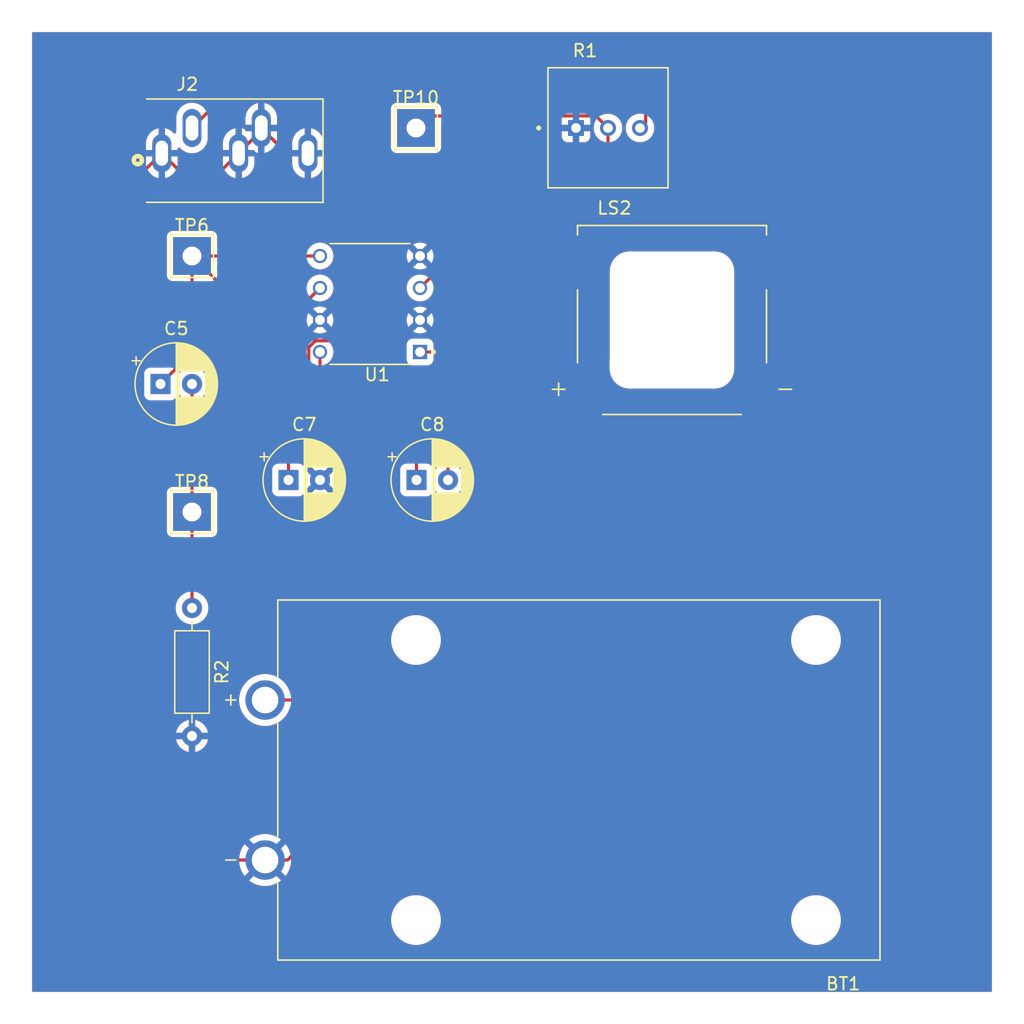
<source format=kicad_pcb>
(kicad_pcb (version 20221018) (generator pcbnew)
  (layers (0 "F.Cu" signal) (31 "B.Cu" signal) (34 "B.Paste" user) (35 "F.Paste" user) (37 "F.SilkS" user "F.Silkscreen") (38 "B.Mask" user) (39 "F.Mask" user) (44 "Edge.Cuts" user))
  (net 0 "")
  (net 1 "GND")
  (net 2 "Net-(U1-V+)")
  (net 3 "Net-(C5-Pad1)")
  (net 4 "Net-(C5-Pad2)")
  (net 5 "Net-(C8-Pad1)")
  (net 6 "Net-(C8-Pad2)")
  (net 7 "Net-(J2-Pad2)")
  (net 8 "Net-(U1-+)")
  (footprint "elec240_ornament_footprint:CP_Radial_D6.3mm_P2.50mm" (layer "F.Cu") (at 127.04 58.42)
    (fp_text reference "C5" (at 1.25 -4.4) (layer "F.SilkS"))
    (fp_text value "0.1uF")
    (pad "1" thru_hole rect (at 0 0) (size 1.6 1.6) (drill 0.8) (layers "*.Cu" "*.Mask") (net 3 "Net-(C5-Pad1)"))
    (pad "2" thru_hole circle (at 2.5 0) (size 1.6 1.6) (drill 0.8) (layers "*.Cu" "*.Mask") (net 4 "Net-(C5-Pad2)"))
  )
  (footprint "elec240_ornament_footprint:TestPoint_THTPad_3.0x3.0mm_Drill1.5mm" (layer "F.Cu") (at 147.32 38.1)
    (fp_text reference "TP10" (at 0 -2.398) (layer "F.SilkS"))
    (fp_text value "TestPoint_Probe")
    (pad "1" thru_hole rect (at 0 0) (size 3 3) (drill 1.5) (layers "*.Cu" "*.Mask") (net 8 "Net-(U1-+)"))
  )
  (footprint "elec240_ornament_footprint:DIP794W45P254L959H508Q8" (layer "F.Cu") (at 143.67 52.07 180)
    (fp_text reference "U1" (at -0.565 -5.607) (layer "F.SilkS"))
    (fp_text value "LM386")
    (pad "1" thru_hole rect (at -3.97 -3.81 180) (size 1.13 1.13) (drill 0.78) (layers "*.Cu" "*.Mask") (net 6 "Net-(C8-Pad2)"))
    (pad "2" thru_hole circle (at -3.97 -1.27 180) (size 1.13 1.13) (drill 0.78) (layers "*.Cu" "*.Mask") (net 1 "GND"))
    (pad "3" thru_hole circle (at -3.97 1.27 180) (size 1.13 1.13) (drill 0.78) (layers "*.Cu" "*.Mask") (net 8 "Net-(U1-+)"))
    (pad "4" thru_hole circle (at -3.97 3.81 180) (size 1.13 1.13) (drill 0.78) (layers "*.Cu" "*.Mask") (net 1 "GND"))
    (pad "5" thru_hole circle (at 3.97 3.81 180) (size 1.13 1.13) (drill 0.78) (layers "*.Cu" "*.Mask") (net 3 "Net-(C5-Pad1)"))
    (pad "6" thru_hole circle (at 3.97 1.27 180) (size 1.13 1.13) (drill 0.78) (layers "*.Cu" "*.Mask") (net 2 "Net-(U1-V+)"))
    (pad "7" thru_hole circle (at 3.97 -1.27 180) (size 1.13 1.13) (drill 0.78) (layers "*.Cu" "*.Mask") (net 1 "GND"))
    (pad "8" thru_hole circle (at 3.97 -3.81 180) (size 1.13 1.13) (drill 0.78) (layers "*.Cu" "*.Mask") (net 5 "Net-(C8-Pad1)"))
  )
  (footprint "elec240_ornament_footprint:TestPoint_THTPad_3.0x3.0mm_Drill1.5mm" (layer "F.Cu") (at 129.54 48.26)
    (fp_text reference "TP6" (at 0 -2.398) (layer "F.SilkS"))
    (fp_text value "TestPoint_Probe")
    (pad "1" thru_hole rect (at 0 0) (size 3 3) (drill 1.5) (layers "*.Cu" "*.Mask") (net 3 "Net-(C5-Pad1)"))
  )
  (footprint "elec240_ornament_footprint:R_Axial_DIN0207_L6.3mm_D2.5mm_P10.16mm_Horizontal" (layer "F.Cu") (at 129.54 76.2 -90)
    (fp_text reference "R2" (at 5.08 -2.37 90) (layer "F.SilkS"))
    (fp_text value "10R")
    (pad "1" thru_hole circle (at 0 0 270) (size 1.6 1.6) (drill 0.8) (layers "*.Cu" "*.Mask") (net 4 "Net-(C5-Pad2)"))
    (pad "2" thru_hole oval (at 10.16 0 270) (size 1.6 1.6) (drill 0.8) (layers "*.Cu" "*.Mask") (net 1 "GND"))
  )
  (footprint "elec240_ornament_footprint:CUI_SJ1-3535NG-PI" (layer "F.Cu") (at 127.14 40.1)
    (fp_text reference "J2" (at 2.035435 -5.470255) (layer "F.SilkS") (effects (font (size 1.001693 1.001693))))
    (fp_text value "SJ1-3535NG-PI")
    (pad "1" thru_hole oval (at 0 0) (size 1.508 3.016) (drill oval 1 2) (layers "*.Cu" "*.Mask") (net 1 "GND"))
    (pad "2" thru_hole oval (at 2.4 -2) (size 1.508 3.016) (drill oval 1 2) (layers "*.Cu" "*.Mask") (net 7 "Net-(J2-Pad2)"))
    (pad "3" thru_hole oval (at 7.9 -2) (size 1.508 3.016) (drill oval 1 2) (layers "*.Cu" "*.Mask") (net 1 "GND"))
    (pad "4" thru_hole oval (at 11.6 0) (size 1.508 3.016) (drill oval 1 2) (layers "*.Cu" "*.Mask") (net 1 "GND"))
    (pad "5" thru_hole oval (at 6.1 0) (size 1.508 3.016) (drill oval 1 2) (layers "*.Cu" "*.Mask") (net 1 "GND"))
  )
  (footprint "elec240_ornament_footprint:CP_Radial_D6.3mm_P2.50mm" (layer "F.Cu") (at 147.36 66.04)
    (fp_text reference "C8" (at 1.25 -4.4) (layer "F.SilkS"))
    (fp_text value "10uF")
    (pad "1" thru_hole rect (at 0 0) (size 1.6 1.6) (drill 0.8) (layers "*.Cu" "*.Mask") (net 5 "Net-(C8-Pad1)"))
    (pad "2" thru_hole circle (at 2.5 0) (size 1.6 1.6) (drill 0.8) (layers "*.Cu" "*.Mask") (net 6 "Net-(C8-Pad2)"))
  )
  (footprint "elec240_ornament_footprint:SPKR_SMS-1508MS-HT-R" (layer "F.Cu") (at 167.64 53.34)
    (fp_text reference "LS2" (at -4.575 -8.885) (layer "F.SilkS"))
    (fp_text value "SMS-1508MS-HT-R")
    (pad "1" smd rect (at -6.85 5.5) (size 1.9 3.5) (layers "F.Cu" "F.Paste" "F.Mask") (net 3 "Net-(C5-Pad1)"))
    (pad "2" smd rect (at 6.85 5.5) (size 1.9 3.5) (layers "F.Cu" "F.Paste" "F.Mask") (net 1 "GND"))
    (pad "3" smd rect (at 6.85 -4.5) (size 1.9 3.5) (layers "F.Cu" "F.Paste" "F.Mask"))
    (pad "4" smd rect (at -6.85 -4.5) (size 1.9 3.5) (layers "F.Cu" "F.Paste" "F.Mask"))
    (zone (net 0) (net_name "") (layer "F.Cu") (connect_pads (clearance 0)) (min_thickness 0.01)
      (keepout (tracks not_allowed) (vias not_allowed) (pads not_allowed) (copperpour not_allowed) (footprints allowed))
      (fill (thermal_gap 0.508) (thermal_bridge_width 0.508))
      (polygon (pts (xy 164.29 47.89) (xy 170.99 47.89) (xy 171.074 47.892) (xy 171.157 47.899) (xy 171.24 47.91) (xy 171.323 47.925) (xy 171.404 47.945) (xy 171.484 47.968) (xy 171.563 47.996) (xy 171.641 48.028) (xy 171.716 48.064) (xy 171.79 48.104) (xy 171.861 48.148) (xy 171.93 48.196) (xy 171.997 48.247) (xy 172.061 48.301) (xy 172.121 48.359) (xy 172.179 48.419) (xy 172.233 48.483) (xy 172.284 48.55) (xy 172.332 48.619) (xy 172.376 48.69) (xy 172.416 48.764) (xy 172.452 48.839) (xy 172.484 48.917) (xy 172.512 48.996) (xy 172.535 49.076) (xy 172.555 49.157) (xy 172.57 49.24) (xy 172.581 49.323) (xy 172.588 49.406) (xy 172.59 49.49) (xy 172.59 57.19) (xy 172.588 57.274) (xy 172.581 57.357) (xy 172.57 57.44) (xy 172.555 57.523) (xy 172.535 57.604) (xy 172.512 57.684) (xy 172.484 57.763) (xy 172.452 57.841) (xy 172.416 57.916) (xy 172.376 57.99) (xy 172.332 58.061) (xy 172.284 58.13) (xy 172.233 58.197) (xy 172.179 58.261) (xy 172.121 58.321) (xy 172.061 58.379) (xy 171.997 58.433) (xy 171.93 58.484) (xy 171.861 58.532) (xy 171.79 58.576) (xy 171.716 58.616) (xy 171.641 58.652) (xy 171.563 58.684) (xy 171.484 58.712) (xy 171.404 58.735) (xy 171.323 58.755) (xy 171.24 58.77) (xy 171.157 58.781) (xy 171.074 58.788) (xy 170.99 58.79) (xy 164.29 58.79) (xy 164.206 58.788) (xy 164.123 58.781) (xy 164.04 58.77) (xy 163.957 58.755) (xy 163.876 58.735) (xy 163.796 58.712) (xy 163.717 58.684) (xy 163.639 58.652) (xy 163.564 58.616) (xy 163.49 58.576) (xy 163.419 58.532) (xy 163.35 58.484) (xy 163.283 58.433) (xy 163.219 58.379) (xy 163.159 58.321) (xy 163.101 58.261) (xy 163.047 58.197) (xy 162.996 58.13) (xy 162.948 58.061) (xy 162.904 57.99) (xy 162.864 57.916) (xy 162.828 57.841) (xy 162.796 57.763) (xy 162.768 57.684) (xy 162.745 57.604) (xy 162.725 57.523) (xy 162.71 57.44) (xy 162.699 57.357) (xy 162.692 57.274) (xy 162.69 57.19) (xy 162.69 49.49) (xy 162.692 49.406) (xy 162.699 49.323) (xy 162.71 49.24) (xy 162.725 49.157) (xy 162.745 49.076) (xy 162.768 48.996) (xy 162.796 48.917) (xy 162.828 48.839) (xy 162.864 48.764) (xy 162.904 48.69) (xy 162.948 48.619) (xy 162.996 48.55) (xy 163.047 48.483) (xy 163.101 48.419) (xy 163.159 48.359) (xy 163.219 48.301) (xy 163.283 48.247) (xy 163.35 48.196) (xy 163.419 48.148) (xy 163.49 48.104) (xy 163.564 48.064) (xy 163.639 48.028) (xy 163.717 47.996) (xy 163.796 47.968) (xy 163.876 47.945) (xy 163.957 47.925) (xy 164.04 47.91) (xy 164.123 47.899) (xy 164.206 47.892)))
    )
    (zone (net 0) (net_name "") (layer "B.Cu") (connect_pads (clearance 0)) (min_thickness 0.01)
      (keepout (tracks not_allowed) (vias not_allowed) (pads not_allowed) (copperpour not_allowed) (footprints allowed))
      (fill (thermal_gap 0.508) (thermal_bridge_width 0.508))
      (polygon (pts (xy 164.29 47.89) (xy 170.99 47.89) (xy 171.074 47.892) (xy 171.157 47.899) (xy 171.24 47.91) (xy 171.323 47.925) (xy 171.404 47.945) (xy 171.484 47.968) (xy 171.563 47.996) (xy 171.641 48.028) (xy 171.716 48.064) (xy 171.79 48.104) (xy 171.861 48.148) (xy 171.93 48.196) (xy 171.997 48.247) (xy 172.061 48.301) (xy 172.121 48.359) (xy 172.179 48.419) (xy 172.233 48.483) (xy 172.284 48.55) (xy 172.332 48.619) (xy 172.376 48.69) (xy 172.416 48.764) (xy 172.452 48.839) (xy 172.484 48.917) (xy 172.512 48.996) (xy 172.535 49.076) (xy 172.555 49.157) (xy 172.57 49.24) (xy 172.581 49.323) (xy 172.588 49.406) (xy 172.59 49.49) (xy 172.59 57.19) (xy 172.588 57.274) (xy 172.581 57.357) (xy 172.57 57.44) (xy 172.555 57.523) (xy 172.535 57.604) (xy 172.512 57.684) (xy 172.484 57.763) (xy 172.452 57.841) (xy 172.416 57.916) (xy 172.376 57.99) (xy 172.332 58.061) (xy 172.284 58.13) (xy 172.233 58.197) (xy 172.179 58.261) (xy 172.121 58.321) (xy 172.061 58.379) (xy 171.997 58.433) (xy 171.93 58.484) (xy 171.861 58.532) (xy 171.79 58.576) (xy 171.716 58.616) (xy 171.641 58.652) (xy 171.563 58.684) (xy 171.484 58.712) (xy 171.404 58.735) (xy 171.323 58.755) (xy 171.24 58.77) (xy 171.157 58.781) (xy 171.074 58.788) (xy 170.99 58.79) (xy 164.29 58.79) (xy 164.206 58.788) (xy 164.123 58.781) (xy 164.04 58.77) (xy 163.957 58.755) (xy 163.876 58.735) (xy 163.796 58.712) (xy 163.717 58.684) (xy 163.639 58.652) (xy 163.564 58.616) (xy 163.49 58.576) (xy 163.419 58.532) (xy 163.35 58.484) (xy 163.283 58.433) (xy 163.219 58.379) (xy 163.159 58.321) (xy 163.101 58.261) (xy 163.047 58.197) (xy 162.996 58.13) (xy 162.948 58.061) (xy 162.904 57.99) (xy 162.864 57.916) (xy 162.828 57.841) (xy 162.796 57.763) (xy 162.768 57.684) (xy 162.745 57.604) (xy 162.725 57.523) (xy 162.71 57.44) (xy 162.699 57.357) (xy 162.692 57.274) (xy 162.69 57.19) (xy 162.69 49.49) (xy 162.692 49.406) (xy 162.699 49.323) (xy 162.71 49.24) (xy 162.725 49.157) (xy 162.745 49.076) (xy 162.768 48.996) (xy 162.796 48.917) (xy 162.828 48.839) (xy 162.864 48.764) (xy 162.904 48.69) (xy 162.948 48.619) (xy 162.996 48.55) (xy 163.047 48.483) (xy 163.101 48.419) (xy 163.159 48.359) (xy 163.219 48.301) (xy 163.283 48.247) (xy 163.35 48.196) (xy 163.419 48.148) (xy 163.49 48.104) (xy 163.564 48.064) (xy 163.639 48.028) (xy 163.717 47.996) (xy 163.796 47.968) (xy 163.876 47.945) (xy 163.957 47.925) (xy 164.04 47.91) (xy 164.123 47.899) (xy 164.206 47.892)))
    )
  )
  (footprint "elec240_ornament_footprint:TestPoint_THTPad_3.0x3.0mm_Drill1.5mm" (layer "F.Cu") (at 129.54 68.58)
    (fp_text reference "TP8" (at 0 -2.398) (layer "F.SilkS"))
    (fp_text value "TestPoint_Probe")
    (pad "1" thru_hole rect (at 0 0) (size 3 3) (drill 1.5) (layers "*.Cu" "*.Mask") (net 4 "Net-(C5-Pad2)"))
  )
  (footprint "elec240_ornament_footprint:TRIM_COM-09806" (layer "F.Cu") (at 162.56 38.1)
    (fp_text reference "R1" (at -1.825 -6.135) (layer "F.SilkS"))
    (fp_text value "COM-09806")
    (pad "1" thru_hole rect (at -2.54 0) (size 1.268 1.268) (drill 0.76) (layers "*.Cu" "*.Mask") (net 1 "GND"))
    (pad "2" thru_hole circle (at 0 0) (size 1.268 1.268) (drill 0.76) (layers "*.Cu" "*.Mask") (net 8 "Net-(U1-+)"))
    (pad "3" thru_hole circle (at 2.54 0) (size 1.268 1.268) (drill 0.76) (layers "*.Cu" "*.Mask") (net 7 "Net-(J2-Pad2)"))
  )
  (footprint "elec240_ornament_footprint:BAT_1291-66" (layer "F.Cu") (at 160.25 89.855 180)
    (fp_text reference "BT1" (at -20.975 -16.175) (layer "F.SilkS"))
    (fp_text value "1291-66")
    (pad "" np_thru_hole circle (at -18.82 -11.115 180) (size 3.45 3.45) (drill 3.45) (layers "*.Cu" "*.Mask"))
    (pad "" np_thru_hole circle (at -18.82 11.115 180) (size 3.45 3.45) (drill 3.45) (layers "*.Cu" "*.Mask"))
    (pad "" np_thru_hole circle (at 12.93 -11.115 180) (size 3.45 3.45) (drill 3.45) (layers "*.Cu" "*.Mask"))
    (pad "" np_thru_hole circle (at 12.93 11.115 180) (size 3.45 3.45) (drill 3.45) (layers "*.Cu" "*.Mask"))
    (pad "N" thru_hole circle (at 24.91 -6.35 180) (size 3.126 3.126) (drill 2.11) (layers "*.Cu" "*.Mask") (net 1 "GND"))
    (pad "P" thru_hole circle (at 24.91 6.35 180) (size 3.126 3.126) (drill 2.11) (layers "*.Cu" "*.Mask") (net 2 "Net-(U1-V+)"))
  )
  (footprint "elec240_ornament_footprint:CP_Radial_D6.3mm_P2.50mm" (layer "F.Cu") (at 137.2 66.04)
    (fp_text reference "C7" (at 1.25 -4.4) (layer "F.SilkS"))
    (fp_text value "220uF")
    (pad "1" thru_hole rect (at 0 0) (size 1.6 1.6) (drill 0.8) (layers "*.Cu" "*.Mask") (net 2 "Net-(U1-V+)"))
    (pad "2" thru_hole circle (at 2.5 0) (size 1.6 1.6) (drill 0.8) (layers "*.Cu" "*.Mask") (net 1 "GND"))
  )
  (gr_line (start 193.04 106.68) (end 116.84 106.68) (stroke (width 0.0254)) (layer "Edge.Cuts"))
  (gr_line (start 116.84 106.68) (end 116.84 30.48) (stroke (width 0.0254)) (layer "Edge.Cuts"))
  (gr_line (start 116.84 30.48) (end 193.04 30.48) (stroke (width 0.0254)) (layer "Edge.Cuts"))
  (gr_line (start 193.04 30.48) (end 193.04 106.68) (stroke (width 0.0254)) (layer "Edge.Cuts"))
  (segment (start 139.7 66.04) (end 138.81 65.15) (width 0.25) (layer "F.Cu") (net 1))
  (segment (start 129.54 42.5) (end 129.54 43.18) (width 0.25) (layer "F.Cu") (net 1))
  (segment (start 135.04 38.1) (end 137.04 40.1) (width 0.25) (layer "F.Cu") (net 1))
  (segment (start 129.54 43.18) (end 130.16 43.18) (width 0.25) (layer "F.Cu") (net 1))
  (segment (start 135.04 38.3) (end 135.04 38.1) (width 0.25) (layer "F.Cu") (net 1))
  (segment (start 129.855 96.205) (end 135.34 96.205) (width 0.25) (layer "F.Cu") (net 1))
  (segment (start 138.81 65.15) (end 138.81 55.51135) (width 0.25) (layer "F.Cu") (net 1))
  (segment (start 156.843604 38.1) (end 154.303604 40.64) (width 0.25) (layer "F.Cu") (net 1))
  (segment (start 149.86 40.64) (end 147.32 43.18) (width 0.25) (layer "F.Cu") (net 1))
  (segment (start 160.02 38.1) (end 156.843604 38.1) (width 0.25) (layer "F.Cu") (net 1))
  (segment (start 129.54 96.52) (end 129.855 96.205) (width 0.25) (layer "F.Cu") (net 1))
  (segment (start 144.78 50.8) (end 144.78 45.72) (width 0.25) (layer "F.Cu") (net 1))
  (segment (start 145.1 45.72) (end 144.78 45.72) (width 0.25) (layer "F.Cu") (net 1))
  (segment (start 154.303604 40.64) (end 149.86 40.64) (width 0.25) (layer "F.Cu") (net 1))
  (segment (start 145.1 50.8) (end 144.78 50.8) (width 0.25) (layer "F.Cu") (net 1))
  (segment (start 138.81 55.51135) (end 139.33135 54.99) (width 0.25) (layer "F.Cu") (net 1))
  (segment (start 124.775 96.205) (end 135.34 96.205) (width 0.25) (layer "F.Cu") (net 1))
  (segment (start 124.46 45.72) (end 124.46 96.52) (width 0.25) (layer "F.Cu") (net 1))
  (segment (start 144.78 45.72) (end 124.46 45.72) (width 0.25) (layer "F.Cu") (net 1))
  (segment (start 129.54 86.36) (end 129.54 96.52) (width 0.25) (layer "F.Cu") (net 1))
  (segment (start 137.04 40.1) (end 138.74 40.1) (width 0.25) (layer "F.Cu") (net 1))
  (segment (start 139.7 53.34) (end 142.24 50.8) (width 0.25) (layer "F.Cu") (net 1))
  (segment (start 147.64 53.34) (end 145.1 50.8) (width 0.25) (layer "F.Cu") (net 1))
  (segment (start 147.32 43.18) (end 144.78 45.72) (width 0.25) (layer "F.Cu") (net 1))
  (segment (start 145.99 54.99) (end 147.64 53.34) (width 0.25) (layer "F.Cu") (net 1))
  (segment (start 174.49 58.84) (end 137.125 96.205) (width 0.25) (layer "F.Cu") (net 1))
  (segment (start 133.24 40.1) (end 135.04 38.3) (width 0.25) (layer "F.Cu") (net 1))
  (segment (start 147.64 48.26) (end 145.1 45.72) (width 0.25) (layer "F.Cu") (net 1))
  (segment (start 124.46 96.52) (end 124.775 96.205) (width 0.25) (layer "F.Cu") (net 1))
  (segment (start 127.14 40.1) (end 129.54 42.5) (width 0.25) (layer "F.Cu") (net 1))
  (segment (start 137.125 96.205) (end 135.34 96.205) (width 0.25) (layer "F.Cu") (net 1))
  (segment (start 142.24 50.8) (end 142.24 45.72) (width 0.25) (layer "F.Cu") (net 1))
  (segment (start 130.16 43.18) (end 133.24 40.1) (width 0.25) (layer "F.Cu") (net 1))
  (segment (start 124.46 42.78) (end 124.46 45.72) (width 0.25) (layer "F.Cu") (net 1))
  (segment (start 139.33135 54.99) (end 145.99 54.99) (width 0.25) (layer "F.Cu") (net 1))
  (segment (start 127.14 40.1) (end 124.46 42.78) (width 0.25) (layer "F.Cu") (net 1))
  (segment (start 139.7 50.8) (end 137.2 53.3) (width 0.25) (layer "F.Cu") (net 2))
  (segment (start 157.48 68.58) (end 157.48 53.34) (width 0.25) (layer "F.Cu") (net 2))
  (segment (start 134.62 71.12) (end 134.62 55.88) (width 0.25) (layer "F.Cu") (net 2))
  (segment (start 157.48 68.58) (end 154.94 71.12) (width 0.25) (layer "F.Cu") (net 2))
  (segment (start 147.635 83.505) (end 135.34 83.505) (width 0.25) (layer "F.Cu") (net 2))
  (segment (start 134.62 55.88) (end 139.7 50.8) (width 0.25) (layer "F.Cu") (net 2))
  (segment (start 154.94 71.12) (end 134.62 71.12) (width 0.25) (layer "F.Cu") (net 2))
  (segment (start 137.2 53.3) (end 137.2 66.04) (width 0.25) (layer "F.Cu") (net 2))
  (segment (start 157.48 53.34) (end 158.44962 53.34) (width 0.25) (layer "F.Cu") (net 2))
  (segment (start 162.56 57.45038) (end 162.56 68.58) (width 0.25) (layer "F.Cu") (net 2))
  (segment (start 158.44962 53.34) (end 162.56 57.45038) (width 0.25) (layer "F.Cu") (net 2))
  (segment (start 162.56 68.58) (end 147.635 83.505) (width 0.25) (layer "F.Cu") (net 2))
  (segment (start 160.79 67.81) (end 160.79 58.84) (width 0.25) (layer "F.Cu") (net 3))
  (segment (start 129.54 48.26) (end 132.08 50.8) (width 0.25) (layer "F.Cu") (net 3))
  (segment (start 129.54 48.26) (end 139.7 48.26) (width 0.25) (layer "F.Cu") (net 3))
  (segment (start 154.94 73.66) (end 160.79 67.81) (width 0.25) (layer "F.Cu") (net 3))
  (segment (start 132.08 71.12) (end 134.62 73.66) (width 0.25) (layer "F.Cu") (net 3))
  (segment (start 132.08 50.8) (end 132.08 71.12) (width 0.25) (layer "F.Cu") (net 3))
  (segment (start 129.54 55.92) (end 127.04 58.42) (width 0.25) (layer "F.Cu") (net 3))
  (segment (start 129.54 48.26) (end 129.54 55.92) (width 0.25) (layer "F.Cu") (net 3))
  (segment (start 134.62 73.66) (end 154.94 73.66) (width 0.25) (layer "F.Cu") (net 3))
  (segment (start 129.54 68.58) (end 129.54 76.2) (width 0.25) (layer "F.Cu") (net 4))
  (segment (start 129.54 58.42) (end 129.54 68.58) (width 0.25) (layer "F.Cu") (net 4))
  (segment (start 147.32 58.42) (end 139.7 58.42) (width 0.25) (layer "F.Cu") (net 5))
  (segment (start 147.36 66.04) (end 147.36 58.46) (width 0.25) (layer "F.Cu") (net 5))
  (segment (start 147.36 58.46) (end 147.32 58.42) (width 0.25) (layer "F.Cu") (net 5))
  (segment (start 139.7 58.42) (end 139.7 55.88) (width 0.25) (layer "F.Cu") (net 5))
  (segment (start 149.86 55.88) (end 149.86 66.04) (width 0.25) (layer "F.Cu") (net 6))
  (segment (start 147.64 55.88) (end 149.86 55.88) (width 0.25) (layer "F.Cu") (net 6))
  (segment (start 129.54 38.1) (end 132.53 35.11) (width 0.25) (layer "F.Cu") (net 7))
  (segment (start 165.55 37.65) (end 165.1 38.1) (width 0.25) (layer "F.Cu") (net 7))
  (segment (start 165.55 35.373604) (end 165.55 37.65) (width 0.25) (layer "F.Cu") (net 7))
  (segment (start 165.286396 35.11) (end 165.55 35.373604) (width 0.25) (layer "F.Cu") (net 7))
  (segment (start 132.53 35.11) (end 165.286396 35.11) (width 0.25) (layer "F.Cu") (net 7))
  (segment (start 149.86 48.58) (end 149.86 43.18) (width 0.25) (layer "F.Cu") (net 8))
  (segment (start 154.94 40.64) (end 162.56 40.64) (width 0.25) (layer "F.Cu") (net 8))
  (segment (start 148.279 37.141) (end 161.601 37.141) (width 0.25) (layer "F.Cu") (net 8))
  (segment (start 152.4 43.18) (end 154.94 40.64) (width 0.25) (layer "F.Cu") (net 8))
  (segment (start 162.56 40.64) (end 162.56 38.1) (width 0.25) (layer "F.Cu") (net 8))
  (segment (start 147.32 38.1) (end 148.279 37.141) (width 0.25) (layer "F.Cu") (net 8))
  (segment (start 161.601 37.141) (end 162.56 38.1) (width 0.25) (layer "F.Cu") (net 8))
  (segment (start 147.64 50.8) (end 149.86 48.58) (width 0.25) (layer "F.Cu") (net 8))
  (segment (start 149.86 43.18) (end 152.4 43.18) (width 0.25) (layer "F.Cu") (net 8))
  (zone (net 1) (net_name "GND") (layer "F.Cu") (connect_pads (clearance 0.5)) (min_thickness 0.25) (fill yes (thermal_gap 0.5) (thermal_bridge_width 0.5))
    (polygon (pts (xy 114.3 109.22) (xy 114.3 27.94) (xy 195.58 27.94) (xy 195.58 109.22)))
  )
  (zone (net 1) (net_name "GND") (layer "B.Cu") (priority 1) (connect_pads (clearance 0.5)) (min_thickness 0.25) (fill yes (thermal_gap 0.5) (thermal_bridge_width 0.5))
    (polygon (pts (xy 114.3 109.22) (xy 114.3 27.94) (xy 195.58 27.94) (xy 195.58 109.22)))
  )
)
</source>
